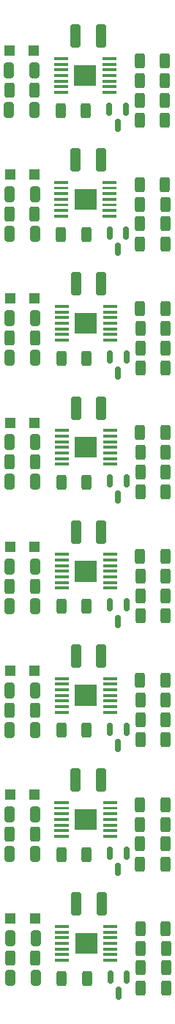
<source format=gbr>
%TF.GenerationSoftware,KiCad,Pcbnew,8.0.1*%
%TF.CreationDate,2024-09-04T11:05:25-04:00*%
%TF.ProjectId,16ch-driver-v1,31366368-2d64-4726-9976-65722d76312e,rev?*%
%TF.SameCoordinates,Original*%
%TF.FileFunction,Paste,Bot*%
%TF.FilePolarity,Positive*%
%FSLAX46Y46*%
G04 Gerber Fmt 4.6, Leading zero omitted, Abs format (unit mm)*
G04 Created by KiCad (PCBNEW 8.0.1) date 2024-09-04 11:05:25*
%MOMM*%
%LPD*%
G01*
G04 APERTURE LIST*
G04 Aperture macros list*
%AMRoundRect*
0 Rectangle with rounded corners*
0 $1 Rounding radius*
0 $2 $3 $4 $5 $6 $7 $8 $9 X,Y pos of 4 corners*
0 Add a 4 corners polygon primitive as box body*
4,1,4,$2,$3,$4,$5,$6,$7,$8,$9,$2,$3,0*
0 Add four circle primitives for the rounded corners*
1,1,$1+$1,$2,$3*
1,1,$1+$1,$4,$5*
1,1,$1+$1,$6,$7*
1,1,$1+$1,$8,$9*
0 Add four rect primitives between the rounded corners*
20,1,$1+$1,$2,$3,$4,$5,0*
20,1,$1+$1,$4,$5,$6,$7,0*
20,1,$1+$1,$6,$7,$8,$9,0*
20,1,$1+$1,$8,$9,$2,$3,0*%
G04 Aperture macros list end*
%ADD10C,0.010000*%
%ADD11RoundRect,0.250000X0.312500X0.625000X-0.312500X0.625000X-0.312500X-0.625000X0.312500X-0.625000X0*%
%ADD12RoundRect,0.150000X-0.150000X0.587500X-0.150000X-0.587500X0.150000X-0.587500X0.150000X0.587500X0*%
%ADD13RoundRect,0.250000X0.325000X1.100000X-0.325000X1.100000X-0.325000X-1.100000X0.325000X-1.100000X0*%
%ADD14RoundRect,0.250000X-0.325000X-0.650000X0.325000X-0.650000X0.325000X0.650000X-0.325000X0.650000X0*%
%ADD15R,1.200000X1.200000*%
%ADD16RoundRect,0.250000X-0.312500X-0.625000X0.312500X-0.625000X0.312500X0.625000X-0.312500X0.625000X0*%
G04 APERTURE END LIST*
D10*
%TO.C,U12*%
X124561503Y-91104999D02*
X123011503Y-91104999D01*
X123011503Y-90854999D01*
X124561503Y-90854999D01*
X124561503Y-91104999D01*
G36*
X124561503Y-91104999D02*
G01*
X123011503Y-91104999D01*
X123011503Y-90854999D01*
X124561503Y-90854999D01*
X124561503Y-91104999D01*
G37*
X124561503Y-91754999D02*
X123011503Y-91754999D01*
X123011503Y-91504999D01*
X124561503Y-91504999D01*
X124561503Y-91754999D01*
G36*
X124561503Y-91754999D02*
G01*
X123011503Y-91754999D01*
X123011503Y-91504999D01*
X124561503Y-91504999D01*
X124561503Y-91754999D01*
G37*
X124561503Y-92404999D02*
X123011503Y-92404999D01*
X123011503Y-92154999D01*
X124561503Y-92154999D01*
X124561503Y-92404999D01*
G36*
X124561503Y-92404999D02*
G01*
X123011503Y-92404999D01*
X123011503Y-92154999D01*
X124561503Y-92154999D01*
X124561503Y-92404999D01*
G37*
X124561503Y-93054999D02*
X123011503Y-93054999D01*
X123011503Y-92804999D01*
X124561503Y-92804999D01*
X124561503Y-93054999D01*
G36*
X124561503Y-93054999D02*
G01*
X123011503Y-93054999D01*
X123011503Y-92804999D01*
X124561503Y-92804999D01*
X124561503Y-93054999D01*
G37*
X124561503Y-93704999D02*
X123011503Y-93704999D01*
X123011503Y-93454999D01*
X124561503Y-93454999D01*
X124561503Y-93704999D01*
G36*
X124561503Y-93704999D02*
G01*
X123011503Y-93704999D01*
X123011503Y-93454999D01*
X124561503Y-93454999D01*
X124561503Y-93704999D01*
G37*
X124561503Y-94354999D02*
X123011503Y-94354999D01*
X123011503Y-94104999D01*
X124561503Y-94104999D01*
X124561503Y-94354999D01*
G36*
X124561503Y-94354999D02*
G01*
X123011503Y-94354999D01*
X123011503Y-94104999D01*
X124561503Y-94104999D01*
X124561503Y-94354999D01*
G37*
X124561503Y-95004999D02*
X123011503Y-95004999D01*
X123011503Y-94754999D01*
X124561503Y-94754999D01*
X124561503Y-95004999D01*
G36*
X124561503Y-95004999D02*
G01*
X123011503Y-95004999D01*
X123011503Y-94754999D01*
X124561503Y-94754999D01*
X124561503Y-95004999D01*
G37*
X127816503Y-94084999D02*
X125356503Y-94084999D01*
X125356503Y-91774999D01*
X127816503Y-91774999D01*
X127816503Y-94084999D01*
G36*
X127816503Y-94084999D02*
G01*
X125356503Y-94084999D01*
X125356503Y-91774999D01*
X127816503Y-91774999D01*
X127816503Y-94084999D01*
G37*
X130161503Y-91104999D02*
X128611503Y-91104999D01*
X128611503Y-90854999D01*
X130161503Y-90854999D01*
X130161503Y-91104999D01*
G36*
X130161503Y-91104999D02*
G01*
X128611503Y-91104999D01*
X128611503Y-90854999D01*
X130161503Y-90854999D01*
X130161503Y-91104999D01*
G37*
X130161503Y-91754999D02*
X128611503Y-91754999D01*
X128611503Y-91504999D01*
X130161503Y-91504999D01*
X130161503Y-91754999D01*
G36*
X130161503Y-91754999D02*
G01*
X128611503Y-91754999D01*
X128611503Y-91504999D01*
X130161503Y-91504999D01*
X130161503Y-91754999D01*
G37*
X130161503Y-92404999D02*
X128611503Y-92404999D01*
X128611503Y-92154999D01*
X130161503Y-92154999D01*
X130161503Y-92404999D01*
G36*
X130161503Y-92404999D02*
G01*
X128611503Y-92404999D01*
X128611503Y-92154999D01*
X130161503Y-92154999D01*
X130161503Y-92404999D01*
G37*
X130161503Y-93054999D02*
X128611503Y-93054999D01*
X128611503Y-92804999D01*
X130161503Y-92804999D01*
X130161503Y-93054999D01*
G36*
X130161503Y-93054999D02*
G01*
X128611503Y-93054999D01*
X128611503Y-92804999D01*
X130161503Y-92804999D01*
X130161503Y-93054999D01*
G37*
X130161503Y-93704999D02*
X128611503Y-93704999D01*
X128611503Y-93454999D01*
X130161503Y-93454999D01*
X130161503Y-93704999D01*
G36*
X130161503Y-93704999D02*
G01*
X128611503Y-93704999D01*
X128611503Y-93454999D01*
X130161503Y-93454999D01*
X130161503Y-93704999D01*
G37*
X130161503Y-94354999D02*
X128611503Y-94354999D01*
X128611503Y-94104999D01*
X130161503Y-94104999D01*
X130161503Y-94354999D01*
G36*
X130161503Y-94354999D02*
G01*
X128611503Y-94354999D01*
X128611503Y-94104999D01*
X130161503Y-94104999D01*
X130161503Y-94354999D01*
G37*
X130161503Y-95004999D02*
X128611503Y-95004999D01*
X128611503Y-94754999D01*
X130161503Y-94754999D01*
X130161503Y-95004999D01*
G36*
X130161503Y-95004999D02*
G01*
X128611503Y-95004999D01*
X128611503Y-94754999D01*
X130161503Y-94754999D01*
X130161503Y-95004999D01*
G37*
%TO.C,U13*%
X124561503Y-105429999D02*
X123011503Y-105429999D01*
X123011503Y-105179999D01*
X124561503Y-105179999D01*
X124561503Y-105429999D01*
G36*
X124561503Y-105429999D02*
G01*
X123011503Y-105429999D01*
X123011503Y-105179999D01*
X124561503Y-105179999D01*
X124561503Y-105429999D01*
G37*
X124561503Y-106079999D02*
X123011503Y-106079999D01*
X123011503Y-105829999D01*
X124561503Y-105829999D01*
X124561503Y-106079999D01*
G36*
X124561503Y-106079999D02*
G01*
X123011503Y-106079999D01*
X123011503Y-105829999D01*
X124561503Y-105829999D01*
X124561503Y-106079999D01*
G37*
X124561503Y-106729999D02*
X123011503Y-106729999D01*
X123011503Y-106479999D01*
X124561503Y-106479999D01*
X124561503Y-106729999D01*
G36*
X124561503Y-106729999D02*
G01*
X123011503Y-106729999D01*
X123011503Y-106479999D01*
X124561503Y-106479999D01*
X124561503Y-106729999D01*
G37*
X124561503Y-107379999D02*
X123011503Y-107379999D01*
X123011503Y-107129999D01*
X124561503Y-107129999D01*
X124561503Y-107379999D01*
G36*
X124561503Y-107379999D02*
G01*
X123011503Y-107379999D01*
X123011503Y-107129999D01*
X124561503Y-107129999D01*
X124561503Y-107379999D01*
G37*
X124561503Y-108029999D02*
X123011503Y-108029999D01*
X123011503Y-107779999D01*
X124561503Y-107779999D01*
X124561503Y-108029999D01*
G36*
X124561503Y-108029999D02*
G01*
X123011503Y-108029999D01*
X123011503Y-107779999D01*
X124561503Y-107779999D01*
X124561503Y-108029999D01*
G37*
X124561503Y-108679999D02*
X123011503Y-108679999D01*
X123011503Y-108429999D01*
X124561503Y-108429999D01*
X124561503Y-108679999D01*
G36*
X124561503Y-108679999D02*
G01*
X123011503Y-108679999D01*
X123011503Y-108429999D01*
X124561503Y-108429999D01*
X124561503Y-108679999D01*
G37*
X124561503Y-109329999D02*
X123011503Y-109329999D01*
X123011503Y-109079999D01*
X124561503Y-109079999D01*
X124561503Y-109329999D01*
G36*
X124561503Y-109329999D02*
G01*
X123011503Y-109329999D01*
X123011503Y-109079999D01*
X124561503Y-109079999D01*
X124561503Y-109329999D01*
G37*
X127816503Y-108409999D02*
X125356503Y-108409999D01*
X125356503Y-106099999D01*
X127816503Y-106099999D01*
X127816503Y-108409999D01*
G36*
X127816503Y-108409999D02*
G01*
X125356503Y-108409999D01*
X125356503Y-106099999D01*
X127816503Y-106099999D01*
X127816503Y-108409999D01*
G37*
X130161503Y-105429999D02*
X128611503Y-105429999D01*
X128611503Y-105179999D01*
X130161503Y-105179999D01*
X130161503Y-105429999D01*
G36*
X130161503Y-105429999D02*
G01*
X128611503Y-105429999D01*
X128611503Y-105179999D01*
X130161503Y-105179999D01*
X130161503Y-105429999D01*
G37*
X130161503Y-106079999D02*
X128611503Y-106079999D01*
X128611503Y-105829999D01*
X130161503Y-105829999D01*
X130161503Y-106079999D01*
G36*
X130161503Y-106079999D02*
G01*
X128611503Y-106079999D01*
X128611503Y-105829999D01*
X130161503Y-105829999D01*
X130161503Y-106079999D01*
G37*
X130161503Y-106729999D02*
X128611503Y-106729999D01*
X128611503Y-106479999D01*
X130161503Y-106479999D01*
X130161503Y-106729999D01*
G36*
X130161503Y-106729999D02*
G01*
X128611503Y-106729999D01*
X128611503Y-106479999D01*
X130161503Y-106479999D01*
X130161503Y-106729999D01*
G37*
X130161503Y-107379999D02*
X128611503Y-107379999D01*
X128611503Y-107129999D01*
X130161503Y-107129999D01*
X130161503Y-107379999D01*
G36*
X130161503Y-107379999D02*
G01*
X128611503Y-107379999D01*
X128611503Y-107129999D01*
X130161503Y-107129999D01*
X130161503Y-107379999D01*
G37*
X130161503Y-108029999D02*
X128611503Y-108029999D01*
X128611503Y-107779999D01*
X130161503Y-107779999D01*
X130161503Y-108029999D01*
G36*
X130161503Y-108029999D02*
G01*
X128611503Y-108029999D01*
X128611503Y-107779999D01*
X130161503Y-107779999D01*
X130161503Y-108029999D01*
G37*
X130161503Y-108679999D02*
X128611503Y-108679999D01*
X128611503Y-108429999D01*
X130161503Y-108429999D01*
X130161503Y-108679999D01*
G36*
X130161503Y-108679999D02*
G01*
X128611503Y-108679999D01*
X128611503Y-108429999D01*
X130161503Y-108429999D01*
X130161503Y-108679999D01*
G37*
X130161503Y-109329999D02*
X128611503Y-109329999D01*
X128611503Y-109079999D01*
X130161503Y-109079999D01*
X130161503Y-109329999D01*
G36*
X130161503Y-109329999D02*
G01*
X128611503Y-109329999D01*
X128611503Y-109079999D01*
X130161503Y-109079999D01*
X130161503Y-109329999D01*
G37*
%TO.C,U9*%
X124486503Y-48167499D02*
X122936503Y-48167499D01*
X122936503Y-47917499D01*
X124486503Y-47917499D01*
X124486503Y-48167499D01*
G36*
X124486503Y-48167499D02*
G01*
X122936503Y-48167499D01*
X122936503Y-47917499D01*
X124486503Y-47917499D01*
X124486503Y-48167499D01*
G37*
X124486503Y-48817499D02*
X122936503Y-48817499D01*
X122936503Y-48567499D01*
X124486503Y-48567499D01*
X124486503Y-48817499D01*
G36*
X124486503Y-48817499D02*
G01*
X122936503Y-48817499D01*
X122936503Y-48567499D01*
X124486503Y-48567499D01*
X124486503Y-48817499D01*
G37*
X124486503Y-49467499D02*
X122936503Y-49467499D01*
X122936503Y-49217499D01*
X124486503Y-49217499D01*
X124486503Y-49467499D01*
G36*
X124486503Y-49467499D02*
G01*
X122936503Y-49467499D01*
X122936503Y-49217499D01*
X124486503Y-49217499D01*
X124486503Y-49467499D01*
G37*
X124486503Y-50117499D02*
X122936503Y-50117499D01*
X122936503Y-49867499D01*
X124486503Y-49867499D01*
X124486503Y-50117499D01*
G36*
X124486503Y-50117499D02*
G01*
X122936503Y-50117499D01*
X122936503Y-49867499D01*
X124486503Y-49867499D01*
X124486503Y-50117499D01*
G37*
X124486503Y-50767499D02*
X122936503Y-50767499D01*
X122936503Y-50517499D01*
X124486503Y-50517499D01*
X124486503Y-50767499D01*
G36*
X124486503Y-50767499D02*
G01*
X122936503Y-50767499D01*
X122936503Y-50517499D01*
X124486503Y-50517499D01*
X124486503Y-50767499D01*
G37*
X124486503Y-51417499D02*
X122936503Y-51417499D01*
X122936503Y-51167499D01*
X124486503Y-51167499D01*
X124486503Y-51417499D01*
G36*
X124486503Y-51417499D02*
G01*
X122936503Y-51417499D01*
X122936503Y-51167499D01*
X124486503Y-51167499D01*
X124486503Y-51417499D01*
G37*
X124486503Y-52067499D02*
X122936503Y-52067499D01*
X122936503Y-51817499D01*
X124486503Y-51817499D01*
X124486503Y-52067499D01*
G36*
X124486503Y-52067499D02*
G01*
X122936503Y-52067499D01*
X122936503Y-51817499D01*
X124486503Y-51817499D01*
X124486503Y-52067499D01*
G37*
X127741503Y-51147499D02*
X125281503Y-51147499D01*
X125281503Y-48837499D01*
X127741503Y-48837499D01*
X127741503Y-51147499D01*
G36*
X127741503Y-51147499D02*
G01*
X125281503Y-51147499D01*
X125281503Y-48837499D01*
X127741503Y-48837499D01*
X127741503Y-51147499D01*
G37*
X130086503Y-48167499D02*
X128536503Y-48167499D01*
X128536503Y-47917499D01*
X130086503Y-47917499D01*
X130086503Y-48167499D01*
G36*
X130086503Y-48167499D02*
G01*
X128536503Y-48167499D01*
X128536503Y-47917499D01*
X130086503Y-47917499D01*
X130086503Y-48167499D01*
G37*
X130086503Y-48817499D02*
X128536503Y-48817499D01*
X128536503Y-48567499D01*
X130086503Y-48567499D01*
X130086503Y-48817499D01*
G36*
X130086503Y-48817499D02*
G01*
X128536503Y-48817499D01*
X128536503Y-48567499D01*
X130086503Y-48567499D01*
X130086503Y-48817499D01*
G37*
X130086503Y-49467499D02*
X128536503Y-49467499D01*
X128536503Y-49217499D01*
X130086503Y-49217499D01*
X130086503Y-49467499D01*
G36*
X130086503Y-49467499D02*
G01*
X128536503Y-49467499D01*
X128536503Y-49217499D01*
X130086503Y-49217499D01*
X130086503Y-49467499D01*
G37*
X130086503Y-50117499D02*
X128536503Y-50117499D01*
X128536503Y-49867499D01*
X130086503Y-49867499D01*
X130086503Y-50117499D01*
G36*
X130086503Y-50117499D02*
G01*
X128536503Y-50117499D01*
X128536503Y-49867499D01*
X130086503Y-49867499D01*
X130086503Y-50117499D01*
G37*
X130086503Y-50767499D02*
X128536503Y-50767499D01*
X128536503Y-50517499D01*
X130086503Y-50517499D01*
X130086503Y-50767499D01*
G36*
X130086503Y-50767499D02*
G01*
X128536503Y-50767499D01*
X128536503Y-50517499D01*
X130086503Y-50517499D01*
X130086503Y-50767499D01*
G37*
X130086503Y-51417499D02*
X128536503Y-51417499D01*
X128536503Y-51167499D01*
X130086503Y-51167499D01*
X130086503Y-51417499D01*
G36*
X130086503Y-51417499D02*
G01*
X128536503Y-51417499D01*
X128536503Y-51167499D01*
X130086503Y-51167499D01*
X130086503Y-51417499D01*
G37*
X130086503Y-52067499D02*
X128536503Y-52067499D01*
X128536503Y-51817499D01*
X130086503Y-51817499D01*
X130086503Y-52067499D01*
G36*
X130086503Y-52067499D02*
G01*
X128536503Y-52067499D01*
X128536503Y-51817499D01*
X130086503Y-51817499D01*
X130086503Y-52067499D01*
G37*
%TO.C,U16*%
X124592502Y-148399999D02*
X123042502Y-148399999D01*
X123042502Y-148149999D01*
X124592502Y-148149999D01*
X124592502Y-148399999D01*
G36*
X124592502Y-148399999D02*
G01*
X123042502Y-148399999D01*
X123042502Y-148149999D01*
X124592502Y-148149999D01*
X124592502Y-148399999D01*
G37*
X124592502Y-149049999D02*
X123042502Y-149049999D01*
X123042502Y-148799999D01*
X124592502Y-148799999D01*
X124592502Y-149049999D01*
G36*
X124592502Y-149049999D02*
G01*
X123042502Y-149049999D01*
X123042502Y-148799999D01*
X124592502Y-148799999D01*
X124592502Y-149049999D01*
G37*
X124592502Y-149699999D02*
X123042502Y-149699999D01*
X123042502Y-149449999D01*
X124592502Y-149449999D01*
X124592502Y-149699999D01*
G36*
X124592502Y-149699999D02*
G01*
X123042502Y-149699999D01*
X123042502Y-149449999D01*
X124592502Y-149449999D01*
X124592502Y-149699999D01*
G37*
X124592502Y-150349999D02*
X123042502Y-150349999D01*
X123042502Y-150099999D01*
X124592502Y-150099999D01*
X124592502Y-150349999D01*
G36*
X124592502Y-150349999D02*
G01*
X123042502Y-150349999D01*
X123042502Y-150099999D01*
X124592502Y-150099999D01*
X124592502Y-150349999D01*
G37*
X124592502Y-150999999D02*
X123042502Y-150999999D01*
X123042502Y-150749999D01*
X124592502Y-150749999D01*
X124592502Y-150999999D01*
G36*
X124592502Y-150999999D02*
G01*
X123042502Y-150999999D01*
X123042502Y-150749999D01*
X124592502Y-150749999D01*
X124592502Y-150999999D01*
G37*
X124592502Y-151649999D02*
X123042502Y-151649999D01*
X123042502Y-151399999D01*
X124592502Y-151399999D01*
X124592502Y-151649999D01*
G36*
X124592502Y-151649999D02*
G01*
X123042502Y-151649999D01*
X123042502Y-151399999D01*
X124592502Y-151399999D01*
X124592502Y-151649999D01*
G37*
X124592502Y-152299999D02*
X123042502Y-152299999D01*
X123042502Y-152049999D01*
X124592502Y-152049999D01*
X124592502Y-152299999D01*
G36*
X124592502Y-152299999D02*
G01*
X123042502Y-152299999D01*
X123042502Y-152049999D01*
X124592502Y-152049999D01*
X124592502Y-152299999D01*
G37*
X127847502Y-151379999D02*
X125387502Y-151379999D01*
X125387502Y-149069999D01*
X127847502Y-149069999D01*
X127847502Y-151379999D01*
G36*
X127847502Y-151379999D02*
G01*
X125387502Y-151379999D01*
X125387502Y-149069999D01*
X127847502Y-149069999D01*
X127847502Y-151379999D01*
G37*
X130192502Y-148399999D02*
X128642502Y-148399999D01*
X128642502Y-148149999D01*
X130192502Y-148149999D01*
X130192502Y-148399999D01*
G36*
X130192502Y-148399999D02*
G01*
X128642502Y-148399999D01*
X128642502Y-148149999D01*
X130192502Y-148149999D01*
X130192502Y-148399999D01*
G37*
X130192502Y-149049999D02*
X128642502Y-149049999D01*
X128642502Y-148799999D01*
X130192502Y-148799999D01*
X130192502Y-149049999D01*
G36*
X130192502Y-149049999D02*
G01*
X128642502Y-149049999D01*
X128642502Y-148799999D01*
X130192502Y-148799999D01*
X130192502Y-149049999D01*
G37*
X130192502Y-149699999D02*
X128642502Y-149699999D01*
X128642502Y-149449999D01*
X130192502Y-149449999D01*
X130192502Y-149699999D01*
G36*
X130192502Y-149699999D02*
G01*
X128642502Y-149699999D01*
X128642502Y-149449999D01*
X130192502Y-149449999D01*
X130192502Y-149699999D01*
G37*
X130192502Y-150349999D02*
X128642502Y-150349999D01*
X128642502Y-150099999D01*
X130192502Y-150099999D01*
X130192502Y-150349999D01*
G36*
X130192502Y-150349999D02*
G01*
X128642502Y-150349999D01*
X128642502Y-150099999D01*
X130192502Y-150099999D01*
X130192502Y-150349999D01*
G37*
X130192502Y-150999999D02*
X128642502Y-150999999D01*
X128642502Y-150749999D01*
X130192502Y-150749999D01*
X130192502Y-150999999D01*
G36*
X130192502Y-150999999D02*
G01*
X128642502Y-150999999D01*
X128642502Y-150749999D01*
X130192502Y-150749999D01*
X130192502Y-150999999D01*
G37*
X130192502Y-151649999D02*
X128642502Y-151649999D01*
X128642502Y-151399999D01*
X130192502Y-151399999D01*
X130192502Y-151649999D01*
G36*
X130192502Y-151649999D02*
G01*
X128642502Y-151649999D01*
X128642502Y-151399999D01*
X130192502Y-151399999D01*
X130192502Y-151649999D01*
G37*
X130192502Y-152299999D02*
X128642502Y-152299999D01*
X128642502Y-152049999D01*
X130192502Y-152049999D01*
X130192502Y-152299999D01*
G36*
X130192502Y-152299999D02*
G01*
X128642502Y-152299999D01*
X128642502Y-152049999D01*
X130192502Y-152049999D01*
X130192502Y-152299999D01*
G37*
%TO.C,U10*%
X124511503Y-62454999D02*
X122961503Y-62454999D01*
X122961503Y-62204999D01*
X124511503Y-62204999D01*
X124511503Y-62454999D01*
G36*
X124511503Y-62454999D02*
G01*
X122961503Y-62454999D01*
X122961503Y-62204999D01*
X124511503Y-62204999D01*
X124511503Y-62454999D01*
G37*
X124511503Y-63104999D02*
X122961503Y-63104999D01*
X122961503Y-62854999D01*
X124511503Y-62854999D01*
X124511503Y-63104999D01*
G36*
X124511503Y-63104999D02*
G01*
X122961503Y-63104999D01*
X122961503Y-62854999D01*
X124511503Y-62854999D01*
X124511503Y-63104999D01*
G37*
X124511503Y-63754999D02*
X122961503Y-63754999D01*
X122961503Y-63504999D01*
X124511503Y-63504999D01*
X124511503Y-63754999D01*
G36*
X124511503Y-63754999D02*
G01*
X122961503Y-63754999D01*
X122961503Y-63504999D01*
X124511503Y-63504999D01*
X124511503Y-63754999D01*
G37*
X124511503Y-64404999D02*
X122961503Y-64404999D01*
X122961503Y-64154999D01*
X124511503Y-64154999D01*
X124511503Y-64404999D01*
G36*
X124511503Y-64404999D02*
G01*
X122961503Y-64404999D01*
X122961503Y-64154999D01*
X124511503Y-64154999D01*
X124511503Y-64404999D01*
G37*
X124511503Y-65054999D02*
X122961503Y-65054999D01*
X122961503Y-64804999D01*
X124511503Y-64804999D01*
X124511503Y-65054999D01*
G36*
X124511503Y-65054999D02*
G01*
X122961503Y-65054999D01*
X122961503Y-64804999D01*
X124511503Y-64804999D01*
X124511503Y-65054999D01*
G37*
X124511503Y-65704999D02*
X122961503Y-65704999D01*
X122961503Y-65454999D01*
X124511503Y-65454999D01*
X124511503Y-65704999D01*
G36*
X124511503Y-65704999D02*
G01*
X122961503Y-65704999D01*
X122961503Y-65454999D01*
X124511503Y-65454999D01*
X124511503Y-65704999D01*
G37*
X124511503Y-66354999D02*
X122961503Y-66354999D01*
X122961503Y-66104999D01*
X124511503Y-66104999D01*
X124511503Y-66354999D01*
G36*
X124511503Y-66354999D02*
G01*
X122961503Y-66354999D01*
X122961503Y-66104999D01*
X124511503Y-66104999D01*
X124511503Y-66354999D01*
G37*
X127766503Y-65434999D02*
X125306503Y-65434999D01*
X125306503Y-63124999D01*
X127766503Y-63124999D01*
X127766503Y-65434999D01*
G36*
X127766503Y-65434999D02*
G01*
X125306503Y-65434999D01*
X125306503Y-63124999D01*
X127766503Y-63124999D01*
X127766503Y-65434999D01*
G37*
X130111503Y-62454999D02*
X128561503Y-62454999D01*
X128561503Y-62204999D01*
X130111503Y-62204999D01*
X130111503Y-62454999D01*
G36*
X130111503Y-62454999D02*
G01*
X128561503Y-62454999D01*
X128561503Y-62204999D01*
X130111503Y-62204999D01*
X130111503Y-62454999D01*
G37*
X130111503Y-63104999D02*
X128561503Y-63104999D01*
X128561503Y-62854999D01*
X130111503Y-62854999D01*
X130111503Y-63104999D01*
G36*
X130111503Y-63104999D02*
G01*
X128561503Y-63104999D01*
X128561503Y-62854999D01*
X130111503Y-62854999D01*
X130111503Y-63104999D01*
G37*
X130111503Y-63754999D02*
X128561503Y-63754999D01*
X128561503Y-63504999D01*
X130111503Y-63504999D01*
X130111503Y-63754999D01*
G36*
X130111503Y-63754999D02*
G01*
X128561503Y-63754999D01*
X128561503Y-63504999D01*
X130111503Y-63504999D01*
X130111503Y-63754999D01*
G37*
X130111503Y-64404999D02*
X128561503Y-64404999D01*
X128561503Y-64154999D01*
X130111503Y-64154999D01*
X130111503Y-64404999D01*
G36*
X130111503Y-64404999D02*
G01*
X128561503Y-64404999D01*
X128561503Y-64154999D01*
X130111503Y-64154999D01*
X130111503Y-64404999D01*
G37*
X130111503Y-65054999D02*
X128561503Y-65054999D01*
X128561503Y-64804999D01*
X130111503Y-64804999D01*
X130111503Y-65054999D01*
G36*
X130111503Y-65054999D02*
G01*
X128561503Y-65054999D01*
X128561503Y-64804999D01*
X130111503Y-64804999D01*
X130111503Y-65054999D01*
G37*
X130111503Y-65704999D02*
X128561503Y-65704999D01*
X128561503Y-65454999D01*
X130111503Y-65454999D01*
X130111503Y-65704999D01*
G36*
X130111503Y-65704999D02*
G01*
X128561503Y-65704999D01*
X128561503Y-65454999D01*
X130111503Y-65454999D01*
X130111503Y-65704999D01*
G37*
X130111503Y-66354999D02*
X128561503Y-66354999D01*
X128561503Y-66104999D01*
X130111503Y-66104999D01*
X130111503Y-66354999D01*
G36*
X130111503Y-66354999D02*
G01*
X128561503Y-66354999D01*
X128561503Y-66104999D01*
X130111503Y-66104999D01*
X130111503Y-66354999D01*
G37*
%TO.C,U14*%
X124561503Y-119754999D02*
X123011503Y-119754999D01*
X123011503Y-119504999D01*
X124561503Y-119504999D01*
X124561503Y-119754999D01*
G36*
X124561503Y-119754999D02*
G01*
X123011503Y-119754999D01*
X123011503Y-119504999D01*
X124561503Y-119504999D01*
X124561503Y-119754999D01*
G37*
X124561503Y-120404999D02*
X123011503Y-120404999D01*
X123011503Y-120154999D01*
X124561503Y-120154999D01*
X124561503Y-120404999D01*
G36*
X124561503Y-120404999D02*
G01*
X123011503Y-120404999D01*
X123011503Y-120154999D01*
X124561503Y-120154999D01*
X124561503Y-120404999D01*
G37*
X124561503Y-121054999D02*
X123011503Y-121054999D01*
X123011503Y-120804999D01*
X124561503Y-120804999D01*
X124561503Y-121054999D01*
G36*
X124561503Y-121054999D02*
G01*
X123011503Y-121054999D01*
X123011503Y-120804999D01*
X124561503Y-120804999D01*
X124561503Y-121054999D01*
G37*
X124561503Y-121704999D02*
X123011503Y-121704999D01*
X123011503Y-121454999D01*
X124561503Y-121454999D01*
X124561503Y-121704999D01*
G36*
X124561503Y-121704999D02*
G01*
X123011503Y-121704999D01*
X123011503Y-121454999D01*
X124561503Y-121454999D01*
X124561503Y-121704999D01*
G37*
X124561503Y-122354999D02*
X123011503Y-122354999D01*
X123011503Y-122104999D01*
X124561503Y-122104999D01*
X124561503Y-122354999D01*
G36*
X124561503Y-122354999D02*
G01*
X123011503Y-122354999D01*
X123011503Y-122104999D01*
X124561503Y-122104999D01*
X124561503Y-122354999D01*
G37*
X124561503Y-123004999D02*
X123011503Y-123004999D01*
X123011503Y-122754999D01*
X124561503Y-122754999D01*
X124561503Y-123004999D01*
G36*
X124561503Y-123004999D02*
G01*
X123011503Y-123004999D01*
X123011503Y-122754999D01*
X124561503Y-122754999D01*
X124561503Y-123004999D01*
G37*
X124561503Y-123654999D02*
X123011503Y-123654999D01*
X123011503Y-123404999D01*
X124561503Y-123404999D01*
X124561503Y-123654999D01*
G36*
X124561503Y-123654999D02*
G01*
X123011503Y-123654999D01*
X123011503Y-123404999D01*
X124561503Y-123404999D01*
X124561503Y-123654999D01*
G37*
X127816503Y-122734999D02*
X125356503Y-122734999D01*
X125356503Y-120424999D01*
X127816503Y-120424999D01*
X127816503Y-122734999D01*
G36*
X127816503Y-122734999D02*
G01*
X125356503Y-122734999D01*
X125356503Y-120424999D01*
X127816503Y-120424999D01*
X127816503Y-122734999D01*
G37*
X130161503Y-119754999D02*
X128611503Y-119754999D01*
X128611503Y-119504999D01*
X130161503Y-119504999D01*
X130161503Y-119754999D01*
G36*
X130161503Y-119754999D02*
G01*
X128611503Y-119754999D01*
X128611503Y-119504999D01*
X130161503Y-119504999D01*
X130161503Y-119754999D01*
G37*
X130161503Y-120404999D02*
X128611503Y-120404999D01*
X128611503Y-120154999D01*
X130161503Y-120154999D01*
X130161503Y-120404999D01*
G36*
X130161503Y-120404999D02*
G01*
X128611503Y-120404999D01*
X128611503Y-120154999D01*
X130161503Y-120154999D01*
X130161503Y-120404999D01*
G37*
X130161503Y-121054999D02*
X128611503Y-121054999D01*
X128611503Y-120804999D01*
X130161503Y-120804999D01*
X130161503Y-121054999D01*
G36*
X130161503Y-121054999D02*
G01*
X128611503Y-121054999D01*
X128611503Y-120804999D01*
X130161503Y-120804999D01*
X130161503Y-121054999D01*
G37*
X130161503Y-121704999D02*
X128611503Y-121704999D01*
X128611503Y-121454999D01*
X130161503Y-121454999D01*
X130161503Y-121704999D01*
G36*
X130161503Y-121704999D02*
G01*
X128611503Y-121704999D01*
X128611503Y-121454999D01*
X130161503Y-121454999D01*
X130161503Y-121704999D01*
G37*
X130161503Y-122354999D02*
X128611503Y-122354999D01*
X128611503Y-122104999D01*
X130161503Y-122104999D01*
X130161503Y-122354999D01*
G36*
X130161503Y-122354999D02*
G01*
X128611503Y-122354999D01*
X128611503Y-122104999D01*
X130161503Y-122104999D01*
X130161503Y-122354999D01*
G37*
X130161503Y-123004999D02*
X128611503Y-123004999D01*
X128611503Y-122754999D01*
X130161503Y-122754999D01*
X130161503Y-123004999D01*
G36*
X130161503Y-123004999D02*
G01*
X128611503Y-123004999D01*
X128611503Y-122754999D01*
X130161503Y-122754999D01*
X130161503Y-123004999D01*
G37*
X130161503Y-123654999D02*
X128611503Y-123654999D01*
X128611503Y-123404999D01*
X130161503Y-123404999D01*
X130161503Y-123654999D01*
G36*
X130161503Y-123654999D02*
G01*
X128611503Y-123654999D01*
X128611503Y-123404999D01*
X130161503Y-123404999D01*
X130161503Y-123654999D01*
G37*
%TO.C,U15*%
X124550000Y-134085000D02*
X123000000Y-134085000D01*
X123000000Y-133835000D01*
X124550000Y-133835000D01*
X124550000Y-134085000D01*
G36*
X124550000Y-134085000D02*
G01*
X123000000Y-134085000D01*
X123000000Y-133835000D01*
X124550000Y-133835000D01*
X124550000Y-134085000D01*
G37*
X124550000Y-134735000D02*
X123000000Y-134735000D01*
X123000000Y-134485000D01*
X124550000Y-134485000D01*
X124550000Y-134735000D01*
G36*
X124550000Y-134735000D02*
G01*
X123000000Y-134735000D01*
X123000000Y-134485000D01*
X124550000Y-134485000D01*
X124550000Y-134735000D01*
G37*
X124550000Y-135385000D02*
X123000000Y-135385000D01*
X123000000Y-135135000D01*
X124550000Y-135135000D01*
X124550000Y-135385000D01*
G36*
X124550000Y-135385000D02*
G01*
X123000000Y-135385000D01*
X123000000Y-135135000D01*
X124550000Y-135135000D01*
X124550000Y-135385000D01*
G37*
X124550000Y-136035000D02*
X123000000Y-136035000D01*
X123000000Y-135785000D01*
X124550000Y-135785000D01*
X124550000Y-136035000D01*
G36*
X124550000Y-136035000D02*
G01*
X123000000Y-136035000D01*
X123000000Y-135785000D01*
X124550000Y-135785000D01*
X124550000Y-136035000D01*
G37*
X124550000Y-136685000D02*
X123000000Y-136685000D01*
X123000000Y-136435000D01*
X124550000Y-136435000D01*
X124550000Y-136685000D01*
G36*
X124550000Y-136685000D02*
G01*
X123000000Y-136685000D01*
X123000000Y-136435000D01*
X124550000Y-136435000D01*
X124550000Y-136685000D01*
G37*
X124550000Y-137335000D02*
X123000000Y-137335000D01*
X123000000Y-137085000D01*
X124550000Y-137085000D01*
X124550000Y-137335000D01*
G36*
X124550000Y-137335000D02*
G01*
X123000000Y-137335000D01*
X123000000Y-137085000D01*
X124550000Y-137085000D01*
X124550000Y-137335000D01*
G37*
X124550000Y-137985000D02*
X123000000Y-137985000D01*
X123000000Y-137735000D01*
X124550000Y-137735000D01*
X124550000Y-137985000D01*
G36*
X124550000Y-137985000D02*
G01*
X123000000Y-137985000D01*
X123000000Y-137735000D01*
X124550000Y-137735000D01*
X124550000Y-137985000D01*
G37*
X127805000Y-137065000D02*
X125345000Y-137065000D01*
X125345000Y-134755000D01*
X127805000Y-134755000D01*
X127805000Y-137065000D01*
G36*
X127805000Y-137065000D02*
G01*
X125345000Y-137065000D01*
X125345000Y-134755000D01*
X127805000Y-134755000D01*
X127805000Y-137065000D01*
G37*
X130150000Y-134085000D02*
X128600000Y-134085000D01*
X128600000Y-133835000D01*
X130150000Y-133835000D01*
X130150000Y-134085000D01*
G36*
X130150000Y-134085000D02*
G01*
X128600000Y-134085000D01*
X128600000Y-133835000D01*
X130150000Y-133835000D01*
X130150000Y-134085000D01*
G37*
X130150000Y-134735000D02*
X128600000Y-134735000D01*
X128600000Y-134485000D01*
X130150000Y-134485000D01*
X130150000Y-134735000D01*
G36*
X130150000Y-134735000D02*
G01*
X128600000Y-134735000D01*
X128600000Y-134485000D01*
X130150000Y-134485000D01*
X130150000Y-134735000D01*
G37*
X130150000Y-135385000D02*
X128600000Y-135385000D01*
X128600000Y-135135000D01*
X130150000Y-135135000D01*
X130150000Y-135385000D01*
G36*
X130150000Y-135385000D02*
G01*
X128600000Y-135385000D01*
X128600000Y-135135000D01*
X130150000Y-135135000D01*
X130150000Y-135385000D01*
G37*
X130150000Y-136035000D02*
X128600000Y-136035000D01*
X128600000Y-135785000D01*
X130150000Y-135785000D01*
X130150000Y-136035000D01*
G36*
X130150000Y-136035000D02*
G01*
X128600000Y-136035000D01*
X128600000Y-135785000D01*
X130150000Y-135785000D01*
X130150000Y-136035000D01*
G37*
X130150000Y-136685000D02*
X128600000Y-136685000D01*
X128600000Y-136435000D01*
X130150000Y-136435000D01*
X130150000Y-136685000D01*
G36*
X130150000Y-136685000D02*
G01*
X128600000Y-136685000D01*
X128600000Y-136435000D01*
X130150000Y-136435000D01*
X130150000Y-136685000D01*
G37*
X130150000Y-137335000D02*
X128600000Y-137335000D01*
X128600000Y-137085000D01*
X130150000Y-137085000D01*
X130150000Y-137335000D01*
G36*
X130150000Y-137335000D02*
G01*
X128600000Y-137335000D01*
X128600000Y-137085000D01*
X130150000Y-137085000D01*
X130150000Y-137335000D01*
G37*
X130150000Y-137985000D02*
X128600000Y-137985000D01*
X128600000Y-137735000D01*
X130150000Y-137735000D01*
X130150000Y-137985000D01*
G36*
X130150000Y-137985000D02*
G01*
X128600000Y-137985000D01*
X128600000Y-137735000D01*
X130150000Y-137735000D01*
X130150000Y-137985000D01*
G37*
%TO.C,U11*%
X124561503Y-76779999D02*
X123011503Y-76779999D01*
X123011503Y-76529999D01*
X124561503Y-76529999D01*
X124561503Y-76779999D01*
G36*
X124561503Y-76779999D02*
G01*
X123011503Y-76779999D01*
X123011503Y-76529999D01*
X124561503Y-76529999D01*
X124561503Y-76779999D01*
G37*
X124561503Y-77429999D02*
X123011503Y-77429999D01*
X123011503Y-77179999D01*
X124561503Y-77179999D01*
X124561503Y-77429999D01*
G36*
X124561503Y-77429999D02*
G01*
X123011503Y-77429999D01*
X123011503Y-77179999D01*
X124561503Y-77179999D01*
X124561503Y-77429999D01*
G37*
X124561503Y-78079999D02*
X123011503Y-78079999D01*
X123011503Y-77829999D01*
X124561503Y-77829999D01*
X124561503Y-78079999D01*
G36*
X124561503Y-78079999D02*
G01*
X123011503Y-78079999D01*
X123011503Y-77829999D01*
X124561503Y-77829999D01*
X124561503Y-78079999D01*
G37*
X124561503Y-78729999D02*
X123011503Y-78729999D01*
X123011503Y-78479999D01*
X124561503Y-78479999D01*
X124561503Y-78729999D01*
G36*
X124561503Y-78729999D02*
G01*
X123011503Y-78729999D01*
X123011503Y-78479999D01*
X124561503Y-78479999D01*
X124561503Y-78729999D01*
G37*
X124561503Y-79379999D02*
X123011503Y-79379999D01*
X123011503Y-79129999D01*
X124561503Y-79129999D01*
X124561503Y-79379999D01*
G36*
X124561503Y-79379999D02*
G01*
X123011503Y-79379999D01*
X123011503Y-79129999D01*
X124561503Y-79129999D01*
X124561503Y-79379999D01*
G37*
X124561503Y-80029999D02*
X123011503Y-80029999D01*
X123011503Y-79779999D01*
X124561503Y-79779999D01*
X124561503Y-80029999D01*
G36*
X124561503Y-80029999D02*
G01*
X123011503Y-80029999D01*
X123011503Y-79779999D01*
X124561503Y-79779999D01*
X124561503Y-80029999D01*
G37*
X124561503Y-80679999D02*
X123011503Y-80679999D01*
X123011503Y-80429999D01*
X124561503Y-80429999D01*
X124561503Y-80679999D01*
G36*
X124561503Y-80679999D02*
G01*
X123011503Y-80679999D01*
X123011503Y-80429999D01*
X124561503Y-80429999D01*
X124561503Y-80679999D01*
G37*
X127816503Y-79759999D02*
X125356503Y-79759999D01*
X125356503Y-77449999D01*
X127816503Y-77449999D01*
X127816503Y-79759999D01*
G36*
X127816503Y-79759999D02*
G01*
X125356503Y-79759999D01*
X125356503Y-77449999D01*
X127816503Y-77449999D01*
X127816503Y-79759999D01*
G37*
X130161503Y-76779999D02*
X128611503Y-76779999D01*
X128611503Y-76529999D01*
X130161503Y-76529999D01*
X130161503Y-76779999D01*
G36*
X130161503Y-76779999D02*
G01*
X128611503Y-76779999D01*
X128611503Y-76529999D01*
X130161503Y-76529999D01*
X130161503Y-76779999D01*
G37*
X130161503Y-77429999D02*
X128611503Y-77429999D01*
X128611503Y-77179999D01*
X130161503Y-77179999D01*
X130161503Y-77429999D01*
G36*
X130161503Y-77429999D02*
G01*
X128611503Y-77429999D01*
X128611503Y-77179999D01*
X130161503Y-77179999D01*
X130161503Y-77429999D01*
G37*
X130161503Y-78079999D02*
X128611503Y-78079999D01*
X128611503Y-77829999D01*
X130161503Y-77829999D01*
X130161503Y-78079999D01*
G36*
X130161503Y-78079999D02*
G01*
X128611503Y-78079999D01*
X128611503Y-77829999D01*
X130161503Y-77829999D01*
X130161503Y-78079999D01*
G37*
X130161503Y-78729999D02*
X128611503Y-78729999D01*
X128611503Y-78479999D01*
X130161503Y-78479999D01*
X130161503Y-78729999D01*
G36*
X130161503Y-78729999D02*
G01*
X128611503Y-78729999D01*
X128611503Y-78479999D01*
X130161503Y-78479999D01*
X130161503Y-78729999D01*
G37*
X130161503Y-79379999D02*
X128611503Y-79379999D01*
X128611503Y-79129999D01*
X130161503Y-79129999D01*
X130161503Y-79379999D01*
G36*
X130161503Y-79379999D02*
G01*
X128611503Y-79379999D01*
X128611503Y-79129999D01*
X130161503Y-79129999D01*
X130161503Y-79379999D01*
G37*
X130161503Y-80029999D02*
X128611503Y-80029999D01*
X128611503Y-79779999D01*
X130161503Y-79779999D01*
X130161503Y-80029999D01*
G36*
X130161503Y-80029999D02*
G01*
X128611503Y-80029999D01*
X128611503Y-79779999D01*
X130161503Y-79779999D01*
X130161503Y-80029999D01*
G37*
X130161503Y-80679999D02*
X128611503Y-80679999D01*
X128611503Y-80429999D01*
X130161503Y-80429999D01*
X130161503Y-80679999D01*
G36*
X130161503Y-80679999D02*
G01*
X128611503Y-80679999D01*
X128611503Y-80429999D01*
X130161503Y-80429999D01*
X130161503Y-80679999D01*
G37*
%TD*%
D11*
%TO.C,R78*%
X135830002Y-105594999D03*
X132905002Y-105594999D03*
%TD*%
%TO.C,R55*%
X135800002Y-69459999D03*
X132875002Y-69459999D03*
%TD*%
%TO.C,R67*%
X135850002Y-98109999D03*
X132925002Y-98109999D03*
%TD*%
D12*
%TO.C,Q9*%
X129342502Y-53924999D03*
X131242502Y-53924999D03*
X130292502Y-55799999D03*
%TD*%
D11*
%TO.C,R60*%
X135780002Y-62619999D03*
X132855002Y-62619999D03*
%TD*%
D13*
%TO.C,C38*%
X128417502Y-102749999D03*
X125467502Y-102749999D03*
%TD*%
%TO.C,C32*%
X128417502Y-74099999D03*
X125467502Y-74099999D03*
%TD*%
D14*
%TO.C,C27*%
X117757502Y-54022499D03*
X120707502Y-54022499D03*
%TD*%
D12*
%TO.C,Q16*%
X129448501Y-154157499D03*
X131348501Y-154157499D03*
X130398501Y-156032499D03*
%TD*%
D11*
%TO.C,R70*%
X135848803Y-95808299D03*
X132923803Y-95808299D03*
%TD*%
D13*
%TO.C,C35*%
X128417502Y-88424999D03*
X125467502Y-88424999D03*
%TD*%
D11*
%TO.C,R57*%
X135796503Y-64899999D03*
X132871503Y-64899999D03*
%TD*%
%TO.C,R92*%
X126751001Y-154304999D03*
X123826001Y-154304999D03*
%TD*%
%TO.C,R76*%
X135848803Y-110133299D03*
X132923803Y-110133299D03*
%TD*%
%TO.C,R90*%
X135818499Y-134250000D03*
X132893499Y-134250000D03*
%TD*%
D14*
%TO.C,C49*%
X117863501Y-149684999D03*
X120813501Y-149684999D03*
%TD*%
%TO.C,C39*%
X117832502Y-111284999D03*
X120782502Y-111284999D03*
%TD*%
D11*
%TO.C,R74*%
X126720002Y-111334999D03*
X123795002Y-111334999D03*
%TD*%
%TO.C,R63*%
X135846503Y-79224999D03*
X132921503Y-79224999D03*
%TD*%
D12*
%TO.C,Q15*%
X129405999Y-139842500D03*
X131305999Y-139842500D03*
X130355999Y-141717500D03*
%TD*%
D11*
%TO.C,R62*%
X126720002Y-82684999D03*
X123795002Y-82684999D03*
%TD*%
D15*
%TO.C,D28*%
X120645002Y-61469999D03*
X117845002Y-61469999D03*
%TD*%
D14*
%TO.C,C30*%
X117782502Y-68309999D03*
X120732502Y-68309999D03*
%TD*%
D15*
%TO.C,D25*%
X120620002Y-47182499D03*
X117820002Y-47182499D03*
%TD*%
D11*
%TO.C,R69*%
X135846503Y-93549999D03*
X132921503Y-93549999D03*
%TD*%
%TO.C,R61*%
X135850002Y-83784999D03*
X132925002Y-83784999D03*
%TD*%
%TO.C,R68*%
X126720002Y-97009999D03*
X123795002Y-97009999D03*
%TD*%
D13*
%TO.C,C29*%
X128367502Y-59774999D03*
X125417502Y-59774999D03*
%TD*%
D11*
%TO.C,R94*%
X135879802Y-153103299D03*
X132954802Y-153103299D03*
%TD*%
%TO.C,R85*%
X135838499Y-141090000D03*
X132913499Y-141090000D03*
%TD*%
%TO.C,R64*%
X135848803Y-81483299D03*
X132923803Y-81483299D03*
%TD*%
D16*
%TO.C,R59*%
X117786503Y-66029999D03*
X120711503Y-66029999D03*
%TD*%
D11*
%TO.C,R84*%
X135830002Y-119919999D03*
X132905002Y-119919999D03*
%TD*%
%TO.C,R54*%
X135755002Y-48332499D03*
X132830002Y-48332499D03*
%TD*%
D14*
%TO.C,C40*%
X117832502Y-106714999D03*
X120782502Y-106714999D03*
%TD*%
D15*
%TO.C,D37*%
X120695002Y-104444999D03*
X117895002Y-104444999D03*
%TD*%
D11*
%TO.C,R49*%
X135775002Y-55172499D03*
X132850002Y-55172499D03*
%TD*%
%TO.C,R50*%
X126645002Y-54072499D03*
X123720002Y-54072499D03*
%TD*%
%TO.C,R73*%
X135850002Y-112434999D03*
X132925002Y-112434999D03*
%TD*%
D12*
%TO.C,Q10*%
X129367502Y-68212499D03*
X131267502Y-68212499D03*
X130317502Y-70087499D03*
%TD*%
D13*
%TO.C,C26*%
X128342502Y-45487499D03*
X125392502Y-45487499D03*
%TD*%
D15*
%TO.C,D34*%
X120695002Y-90119999D03*
X117895002Y-90119999D03*
%TD*%
D11*
%TO.C,R72*%
X135830002Y-91269999D03*
X132905002Y-91269999D03*
%TD*%
D14*
%TO.C,C45*%
X117820999Y-139940000D03*
X120770999Y-139940000D03*
%TD*%
%TO.C,C37*%
X117832502Y-92389999D03*
X120782502Y-92389999D03*
%TD*%
D11*
%TO.C,R66*%
X135830002Y-76944999D03*
X132905002Y-76944999D03*
%TD*%
D14*
%TO.C,C31*%
X117782502Y-63739999D03*
X120732502Y-63739999D03*
%TD*%
D11*
%TO.C,R96*%
X135861001Y-148564999D03*
X132936001Y-148564999D03*
%TD*%
D14*
%TO.C,C43*%
X117832502Y-121039999D03*
X120782502Y-121039999D03*
%TD*%
%TO.C,C46*%
X117820999Y-135370000D03*
X120770999Y-135370000D03*
%TD*%
D16*
%TO.C,R71*%
X117836503Y-94679999D03*
X120761503Y-94679999D03*
%TD*%
D11*
%TO.C,R75*%
X135846503Y-107874999D03*
X132921503Y-107874999D03*
%TD*%
D15*
%TO.C,D40*%
X120695002Y-118769999D03*
X117895002Y-118769999D03*
%TD*%
D13*
%TO.C,C41*%
X128417502Y-117074999D03*
X125467502Y-117074999D03*
%TD*%
D11*
%TO.C,R93*%
X135877502Y-150844999D03*
X132952502Y-150844999D03*
%TD*%
%TO.C,R51*%
X135771503Y-50612499D03*
X132846503Y-50612499D03*
%TD*%
D16*
%TO.C,R77*%
X117836503Y-109004999D03*
X120761503Y-109004999D03*
%TD*%
D15*
%TO.C,D43*%
X120683499Y-133100000D03*
X117883499Y-133100000D03*
%TD*%
D14*
%TO.C,C42*%
X117832502Y-125609999D03*
X120782502Y-125609999D03*
%TD*%
%TO.C,C36*%
X117832502Y-96959999D03*
X120782502Y-96959999D03*
%TD*%
D13*
%TO.C,C47*%
X128448501Y-145719999D03*
X125498501Y-145719999D03*
%TD*%
D14*
%TO.C,C34*%
X117832502Y-78064999D03*
X120782502Y-78064999D03*
%TD*%
D11*
%TO.C,R91*%
X135881001Y-155404999D03*
X132956001Y-155404999D03*
%TD*%
%TO.C,R58*%
X135798803Y-67158299D03*
X132873803Y-67158299D03*
%TD*%
D16*
%TO.C,R65*%
X117836503Y-80354999D03*
X120761503Y-80354999D03*
%TD*%
D12*
%TO.C,Q11*%
X129417502Y-82537499D03*
X131317502Y-82537499D03*
X130367502Y-84412499D03*
%TD*%
%TO.C,Q14*%
X129417502Y-125512499D03*
X131317502Y-125512499D03*
X130367502Y-127387499D03*
%TD*%
D16*
%TO.C,R89*%
X117825000Y-137660000D03*
X120750000Y-137660000D03*
%TD*%
D11*
%TO.C,R80*%
X126720002Y-125659999D03*
X123795002Y-125659999D03*
%TD*%
D14*
%TO.C,C28*%
X117757502Y-49452499D03*
X120707502Y-49452499D03*
%TD*%
D15*
%TO.C,D46*%
X120726001Y-147414999D03*
X117926001Y-147414999D03*
%TD*%
D11*
%TO.C,R81*%
X135846503Y-122199999D03*
X132921503Y-122199999D03*
%TD*%
%TO.C,R52*%
X135773803Y-52870799D03*
X132848803Y-52870799D03*
%TD*%
%TO.C,R56*%
X126670002Y-68359999D03*
X123745002Y-68359999D03*
%TD*%
%TO.C,R82*%
X135848803Y-124458299D03*
X132923803Y-124458299D03*
%TD*%
D16*
%TO.C,R95*%
X117867502Y-151974999D03*
X120792502Y-151974999D03*
%TD*%
D11*
%TO.C,R79*%
X135850002Y-126759999D03*
X132925002Y-126759999D03*
%TD*%
D13*
%TO.C,C44*%
X128405999Y-131405000D03*
X125455999Y-131405000D03*
%TD*%
D11*
%TO.C,R86*%
X126708499Y-139990000D03*
X123783499Y-139990000D03*
%TD*%
D12*
%TO.C,Q12*%
X129417502Y-96862499D03*
X131317502Y-96862499D03*
X130367502Y-98737499D03*
%TD*%
D11*
%TO.C,R88*%
X135837300Y-138788300D03*
X132912300Y-138788300D03*
%TD*%
D12*
%TO.C,Q13*%
X129417502Y-111187499D03*
X131317502Y-111187499D03*
X130367502Y-113062499D03*
%TD*%
D16*
%TO.C,R83*%
X117836503Y-123329999D03*
X120761503Y-123329999D03*
%TD*%
D11*
%TO.C,R87*%
X135835000Y-136530000D03*
X132910000Y-136530000D03*
%TD*%
D16*
%TO.C,R53*%
X117761503Y-51742499D03*
X120686503Y-51742499D03*
%TD*%
D15*
%TO.C,D31*%
X120695002Y-75794999D03*
X117895002Y-75794999D03*
%TD*%
D14*
%TO.C,C33*%
X117832502Y-82634999D03*
X120782502Y-82634999D03*
%TD*%
%TO.C,C48*%
X117863501Y-154254999D03*
X120813501Y-154254999D03*
%TD*%
M02*

</source>
